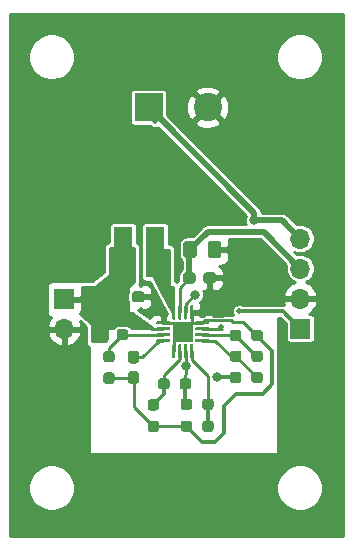
<source format=gbr>
%TF.GenerationSoftware,KiCad,Pcbnew,(5.1.10)-1*%
%TF.CreationDate,2021-09-07T14:02:49-05:00*%
%TF.ProjectId,bq25504_breakout_module,62713235-3530-4345-9f62-7265616b6f75,rev?*%
%TF.SameCoordinates,Original*%
%TF.FileFunction,Copper,L1,Top*%
%TF.FilePolarity,Positive*%
%FSLAX46Y46*%
G04 Gerber Fmt 4.6, Leading zero omitted, Abs format (unit mm)*
G04 Created by KiCad (PCBNEW (5.1.10)-1) date 2021-09-07 14:02:49*
%MOMM*%
%LPD*%
G01*
G04 APERTURE LIST*
%TA.AperFunction,SMDPad,CuDef*%
%ADD10R,1.700000X1.700000*%
%TD*%
%TA.AperFunction,SMDPad,CuDef*%
%ADD11R,1.600000X4.300000*%
%TD*%
%TA.AperFunction,ComponentPad*%
%ADD12O,1.700000X1.700000*%
%TD*%
%TA.AperFunction,ComponentPad*%
%ADD13R,1.700000X1.700000*%
%TD*%
%TA.AperFunction,ComponentPad*%
%ADD14C,2.400000*%
%TD*%
%TA.AperFunction,ComponentPad*%
%ADD15R,2.400000X2.400000*%
%TD*%
%TA.AperFunction,ViaPad*%
%ADD16C,0.500000*%
%TD*%
%TA.AperFunction,ViaPad*%
%ADD17C,0.600000*%
%TD*%
%TA.AperFunction,ViaPad*%
%ADD18C,0.800000*%
%TD*%
%TA.AperFunction,Conductor*%
%ADD19C,0.254000*%
%TD*%
%TA.AperFunction,Conductor*%
%ADD20C,0.304800*%
%TD*%
%TA.AperFunction,Conductor*%
%ADD21C,0.508000*%
%TD*%
%TA.AperFunction,Conductor*%
%ADD22C,0.100000*%
%TD*%
G04 APERTURE END LIST*
D10*
%TO.P,U1,17*%
%TO.N,GND*%
X158040225Y-99270000D03*
%TO.P,U1,16*%
%TO.N,Net-(L1-Pad2)*%
%TA.AperFunction,SMDPad,CuDef*%
G36*
G01*
X157165225Y-98170000D02*
X157165225Y-97095000D01*
G75*
G02*
X157227725Y-97032500I62500J0D01*
G01*
X157352725Y-97032500D01*
G75*
G02*
X157415225Y-97095000I0J-62500D01*
G01*
X157415225Y-98170000D01*
G75*
G02*
X157352725Y-98232500I-62500J0D01*
G01*
X157227725Y-98232500D01*
G75*
G02*
X157165225Y-98170000I0J62500D01*
G01*
G37*
%TD.AperFunction*%
%TO.P,U1,15*%
%TO.N,Net-(C5-Pad1)*%
%TA.AperFunction,SMDPad,CuDef*%
G36*
G01*
X157665225Y-98170000D02*
X157665225Y-97095000D01*
G75*
G02*
X157727725Y-97032500I62500J0D01*
G01*
X157852725Y-97032500D01*
G75*
G02*
X157915225Y-97095000I0J-62500D01*
G01*
X157915225Y-98170000D01*
G75*
G02*
X157852725Y-98232500I-62500J0D01*
G01*
X157727725Y-98232500D01*
G75*
G02*
X157665225Y-98170000I0J62500D01*
G01*
G37*
%TD.AperFunction*%
%TO.P,U1,14*%
%TO.N,VBAT*%
%TA.AperFunction,SMDPad,CuDef*%
G36*
G01*
X158165225Y-98170000D02*
X158165225Y-97095000D01*
G75*
G02*
X158227725Y-97032500I62500J0D01*
G01*
X158352725Y-97032500D01*
G75*
G02*
X158415225Y-97095000I0J-62500D01*
G01*
X158415225Y-98170000D01*
G75*
G02*
X158352725Y-98232500I-62500J0D01*
G01*
X158227725Y-98232500D01*
G75*
G02*
X158165225Y-98170000I0J62500D01*
G01*
G37*
%TD.AperFunction*%
%TO.P,U1,13*%
%TO.N,GND*%
%TA.AperFunction,SMDPad,CuDef*%
G36*
G01*
X158665225Y-98170000D02*
X158665225Y-97095000D01*
G75*
G02*
X158727725Y-97032500I62500J0D01*
G01*
X158852725Y-97032500D01*
G75*
G02*
X158915225Y-97095000I0J-62500D01*
G01*
X158915225Y-98170000D01*
G75*
G02*
X158852725Y-98232500I-62500J0D01*
G01*
X158727725Y-98232500D01*
G75*
G02*
X158665225Y-98170000I0J62500D01*
G01*
G37*
%TD.AperFunction*%
%TO.P,U1,12*%
%TA.AperFunction,SMDPad,CuDef*%
G36*
G01*
X159077725Y-98582500D02*
X159077725Y-98457500D01*
G75*
G02*
X159140225Y-98395000I62500J0D01*
G01*
X160215225Y-98395000D01*
G75*
G02*
X160277725Y-98457500I0J-62500D01*
G01*
X160277725Y-98582500D01*
G75*
G02*
X160215225Y-98645000I-62500J0D01*
G01*
X159140225Y-98645000D01*
G75*
G02*
X159077725Y-98582500I0J62500D01*
G01*
G37*
%TD.AperFunction*%
%TO.P,U1,11*%
%TO.N,Net-(J2-Pad1)*%
%TA.AperFunction,SMDPad,CuDef*%
G36*
G01*
X159077725Y-99082500D02*
X159077725Y-98957500D01*
G75*
G02*
X159140225Y-98895000I62500J0D01*
G01*
X160215225Y-98895000D01*
G75*
G02*
X160277725Y-98957500I0J-62500D01*
G01*
X160277725Y-99082500D01*
G75*
G02*
X160215225Y-99145000I-62500J0D01*
G01*
X159140225Y-99145000D01*
G75*
G02*
X159077725Y-99082500I0J62500D01*
G01*
G37*
%TD.AperFunction*%
%TO.P,U1,10*%
%TO.N,Net-(R6-Pad2)*%
%TA.AperFunction,SMDPad,CuDef*%
G36*
G01*
X159077725Y-99582500D02*
X159077725Y-99457500D01*
G75*
G02*
X159140225Y-99395000I62500J0D01*
G01*
X160215225Y-99395000D01*
G75*
G02*
X160277725Y-99457500I0J-62500D01*
G01*
X160277725Y-99582500D01*
G75*
G02*
X160215225Y-99645000I-62500J0D01*
G01*
X159140225Y-99645000D01*
G75*
G02*
X159077725Y-99582500I0J62500D01*
G01*
G37*
%TD.AperFunction*%
%TO.P,U1,9*%
%TO.N,Net-(R5-Pad2)*%
%TA.AperFunction,SMDPad,CuDef*%
G36*
G01*
X159077725Y-100082500D02*
X159077725Y-99957500D01*
G75*
G02*
X159140225Y-99895000I62500J0D01*
G01*
X160215225Y-99895000D01*
G75*
G02*
X160277725Y-99957500I0J-62500D01*
G01*
X160277725Y-100082500D01*
G75*
G02*
X160215225Y-100145000I-62500J0D01*
G01*
X159140225Y-100145000D01*
G75*
G02*
X159077725Y-100082500I0J62500D01*
G01*
G37*
%TD.AperFunction*%
%TO.P,U1,8*%
%TO.N,Net-(R3-Pad2)*%
%TA.AperFunction,SMDPad,CuDef*%
G36*
G01*
X158665225Y-101445000D02*
X158665225Y-100370000D01*
G75*
G02*
X158727725Y-100307500I62500J0D01*
G01*
X158852725Y-100307500D01*
G75*
G02*
X158915225Y-100370000I0J-62500D01*
G01*
X158915225Y-101445000D01*
G75*
G02*
X158852725Y-101507500I-62500J0D01*
G01*
X158727725Y-101507500D01*
G75*
G02*
X158665225Y-101445000I0J62500D01*
G01*
G37*
%TD.AperFunction*%
%TO.P,U1,7*%
%TO.N,Net-(R1-Pad1)*%
%TA.AperFunction,SMDPad,CuDef*%
G36*
G01*
X158165225Y-101445000D02*
X158165225Y-100370000D01*
G75*
G02*
X158227725Y-100307500I62500J0D01*
G01*
X158352725Y-100307500D01*
G75*
G02*
X158415225Y-100370000I0J-62500D01*
G01*
X158415225Y-101445000D01*
G75*
G02*
X158352725Y-101507500I-62500J0D01*
G01*
X158227725Y-101507500D01*
G75*
G02*
X158165225Y-101445000I0J62500D01*
G01*
G37*
%TD.AperFunction*%
%TO.P,U1,6*%
%TO.N,Net-(R1-Pad2)*%
%TA.AperFunction,SMDPad,CuDef*%
G36*
G01*
X157665225Y-101445000D02*
X157665225Y-100370000D01*
G75*
G02*
X157727725Y-100307500I62500J0D01*
G01*
X157852725Y-100307500D01*
G75*
G02*
X157915225Y-100370000I0J-62500D01*
G01*
X157915225Y-101445000D01*
G75*
G02*
X157852725Y-101507500I-62500J0D01*
G01*
X157727725Y-101507500D01*
G75*
G02*
X157665225Y-101445000I0J62500D01*
G01*
G37*
%TD.AperFunction*%
%TO.P,U1,5*%
%TO.N,GND*%
%TA.AperFunction,SMDPad,CuDef*%
G36*
G01*
X157165225Y-101445000D02*
X157165225Y-100370000D01*
G75*
G02*
X157227725Y-100307500I62500J0D01*
G01*
X157352725Y-100307500D01*
G75*
G02*
X157415225Y-100370000I0J-62500D01*
G01*
X157415225Y-101445000D01*
G75*
G02*
X157352725Y-101507500I-62500J0D01*
G01*
X157227725Y-101507500D01*
G75*
G02*
X157165225Y-101445000I0J62500D01*
G01*
G37*
%TD.AperFunction*%
%TO.P,U1,4*%
%TO.N,Net-(C3-Pad1)*%
%TA.AperFunction,SMDPad,CuDef*%
G36*
G01*
X155802725Y-100082500D02*
X155802725Y-99957500D01*
G75*
G02*
X155865225Y-99895000I62500J0D01*
G01*
X156940225Y-99895000D01*
G75*
G02*
X157002725Y-99957500I0J-62500D01*
G01*
X157002725Y-100082500D01*
G75*
G02*
X156940225Y-100145000I-62500J0D01*
G01*
X155865225Y-100145000D01*
G75*
G02*
X155802725Y-100082500I0J62500D01*
G01*
G37*
%TD.AperFunction*%
%TO.P,U1,3*%
%TO.N,Net-(R8-Pad2)*%
%TA.AperFunction,SMDPad,CuDef*%
G36*
G01*
X155802725Y-99582500D02*
X155802725Y-99457500D01*
G75*
G02*
X155865225Y-99395000I62500J0D01*
G01*
X156940225Y-99395000D01*
G75*
G02*
X157002725Y-99457500I0J-62500D01*
G01*
X157002725Y-99582500D01*
G75*
G02*
X156940225Y-99645000I-62500J0D01*
G01*
X155865225Y-99645000D01*
G75*
G02*
X155802725Y-99582500I0J62500D01*
G01*
G37*
%TD.AperFunction*%
%TO.P,U1,2*%
%TO.N,VDC*%
%TA.AperFunction,SMDPad,CuDef*%
G36*
G01*
X155802725Y-99082500D02*
X155802725Y-98957500D01*
G75*
G02*
X155865225Y-98895000I62500J0D01*
G01*
X156940225Y-98895000D01*
G75*
G02*
X157002725Y-98957500I0J-62500D01*
G01*
X157002725Y-99082500D01*
G75*
G02*
X156940225Y-99145000I-62500J0D01*
G01*
X155865225Y-99145000D01*
G75*
G02*
X155802725Y-99082500I0J62500D01*
G01*
G37*
%TD.AperFunction*%
%TO.P,U1,1*%
%TO.N,GND*%
%TA.AperFunction,SMDPad,CuDef*%
G36*
G01*
X155802725Y-98582500D02*
X155802725Y-98457500D01*
G75*
G02*
X155865225Y-98395000I62500J0D01*
G01*
X156940225Y-98395000D01*
G75*
G02*
X157002725Y-98457500I0J-62500D01*
G01*
X157002725Y-98582500D01*
G75*
G02*
X156940225Y-98645000I-62500J0D01*
G01*
X155865225Y-98645000D01*
G75*
G02*
X155802725Y-98582500I0J62500D01*
G01*
G37*
%TD.AperFunction*%
%TD*%
%TO.P,R9,1*%
%TO.N,VDC*%
%TA.AperFunction,SMDPad,CuDef*%
G36*
G01*
X150620900Y-99754700D02*
X150620900Y-99279700D01*
G75*
G02*
X150858400Y-99042200I237500J0D01*
G01*
X151358400Y-99042200D01*
G75*
G02*
X151595900Y-99279700I0J-237500D01*
G01*
X151595900Y-99754700D01*
G75*
G02*
X151358400Y-99992200I-237500J0D01*
G01*
X150858400Y-99992200D01*
G75*
G02*
X150620900Y-99754700I0J237500D01*
G01*
G37*
%TD.AperFunction*%
%TO.P,R9,2*%
%TO.N,Net-(R8-Pad2)*%
%TA.AperFunction,SMDPad,CuDef*%
G36*
G01*
X152445900Y-99754700D02*
X152445900Y-99279700D01*
G75*
G02*
X152683400Y-99042200I237500J0D01*
G01*
X153183400Y-99042200D01*
G75*
G02*
X153420900Y-99279700I0J-237500D01*
G01*
X153420900Y-99754700D01*
G75*
G02*
X153183400Y-99992200I-237500J0D01*
G01*
X152683400Y-99992200D01*
G75*
G02*
X152445900Y-99754700I0J237500D01*
G01*
G37*
%TD.AperFunction*%
%TD*%
%TO.P,R8,2*%
%TO.N,Net-(R8-Pad2)*%
%TA.AperFunction,SMDPad,CuDef*%
G36*
G01*
X152027900Y-101862700D02*
X151552900Y-101862700D01*
G75*
G02*
X151315400Y-101625200I0J237500D01*
G01*
X151315400Y-101125200D01*
G75*
G02*
X151552900Y-100887700I237500J0D01*
G01*
X152027900Y-100887700D01*
G75*
G02*
X152265400Y-101125200I0J-237500D01*
G01*
X152265400Y-101625200D01*
G75*
G02*
X152027900Y-101862700I-237500J0D01*
G01*
G37*
%TD.AperFunction*%
%TO.P,R8,1*%
%TO.N,GND*%
%TA.AperFunction,SMDPad,CuDef*%
G36*
G01*
X152027900Y-103687700D02*
X151552900Y-103687700D01*
G75*
G02*
X151315400Y-103450200I0J237500D01*
G01*
X151315400Y-102950200D01*
G75*
G02*
X151552900Y-102712700I237500J0D01*
G01*
X152027900Y-102712700D01*
G75*
G02*
X152265400Y-102950200I0J-237500D01*
G01*
X152265400Y-103450200D01*
G75*
G02*
X152027900Y-103687700I-237500J0D01*
G01*
G37*
%TD.AperFunction*%
%TD*%
%TO.P,R7,2*%
%TO.N,GND*%
%TA.AperFunction,SMDPad,CuDef*%
G36*
G01*
X163850500Y-99830900D02*
X163850500Y-99355900D01*
G75*
G02*
X164088000Y-99118400I237500J0D01*
G01*
X164588000Y-99118400D01*
G75*
G02*
X164825500Y-99355900I0J-237500D01*
G01*
X164825500Y-99830900D01*
G75*
G02*
X164588000Y-100068400I-237500J0D01*
G01*
X164088000Y-100068400D01*
G75*
G02*
X163850500Y-99830900I0J237500D01*
G01*
G37*
%TD.AperFunction*%
%TO.P,R7,1*%
%TO.N,Net-(R6-Pad2)*%
%TA.AperFunction,SMDPad,CuDef*%
G36*
G01*
X162025500Y-99830900D02*
X162025500Y-99355900D01*
G75*
G02*
X162263000Y-99118400I237500J0D01*
G01*
X162763000Y-99118400D01*
G75*
G02*
X163000500Y-99355900I0J-237500D01*
G01*
X163000500Y-99830900D01*
G75*
G02*
X162763000Y-100068400I-237500J0D01*
G01*
X162263000Y-100068400D01*
G75*
G02*
X162025500Y-99830900I0J237500D01*
G01*
G37*
%TD.AperFunction*%
%TD*%
%TO.P,R6,2*%
%TO.N,Net-(R6-Pad2)*%
%TA.AperFunction,SMDPad,CuDef*%
G36*
G01*
X163850500Y-101583500D02*
X163850500Y-101108500D01*
G75*
G02*
X164088000Y-100871000I237500J0D01*
G01*
X164588000Y-100871000D01*
G75*
G02*
X164825500Y-101108500I0J-237500D01*
G01*
X164825500Y-101583500D01*
G75*
G02*
X164588000Y-101821000I-237500J0D01*
G01*
X164088000Y-101821000D01*
G75*
G02*
X163850500Y-101583500I0J237500D01*
G01*
G37*
%TD.AperFunction*%
%TO.P,R6,1*%
%TO.N,Net-(R5-Pad2)*%
%TA.AperFunction,SMDPad,CuDef*%
G36*
G01*
X162025500Y-101583500D02*
X162025500Y-101108500D01*
G75*
G02*
X162263000Y-100871000I237500J0D01*
G01*
X162763000Y-100871000D01*
G75*
G02*
X163000500Y-101108500I0J-237500D01*
G01*
X163000500Y-101583500D01*
G75*
G02*
X162763000Y-101821000I-237500J0D01*
G01*
X162263000Y-101821000D01*
G75*
G02*
X162025500Y-101583500I0J237500D01*
G01*
G37*
%TD.AperFunction*%
%TD*%
%TO.P,R5,2*%
%TO.N,Net-(R5-Pad2)*%
%TA.AperFunction,SMDPad,CuDef*%
G36*
G01*
X163850500Y-103386900D02*
X163850500Y-102911900D01*
G75*
G02*
X164088000Y-102674400I237500J0D01*
G01*
X164588000Y-102674400D01*
G75*
G02*
X164825500Y-102911900I0J-237500D01*
G01*
X164825500Y-103386900D01*
G75*
G02*
X164588000Y-103624400I-237500J0D01*
G01*
X164088000Y-103624400D01*
G75*
G02*
X163850500Y-103386900I0J237500D01*
G01*
G37*
%TD.AperFunction*%
%TO.P,R5,1*%
%TO.N,Net-(R1-Pad1)*%
%TA.AperFunction,SMDPad,CuDef*%
G36*
G01*
X162025500Y-103386900D02*
X162025500Y-102911900D01*
G75*
G02*
X162263000Y-102674400I237500J0D01*
G01*
X162763000Y-102674400D01*
G75*
G02*
X163000500Y-102911900I0J-237500D01*
G01*
X163000500Y-103386900D01*
G75*
G02*
X162763000Y-103624400I-237500J0D01*
G01*
X162263000Y-103624400D01*
G75*
G02*
X162025500Y-103386900I0J237500D01*
G01*
G37*
%TD.AperFunction*%
%TD*%
%TO.P,R4,2*%
%TO.N,GND*%
%TA.AperFunction,SMDPad,CuDef*%
G36*
G01*
X158833000Y-107026700D02*
X158833000Y-107501700D01*
G75*
G02*
X158595500Y-107739200I-237500J0D01*
G01*
X158095500Y-107739200D01*
G75*
G02*
X157858000Y-107501700I0J237500D01*
G01*
X157858000Y-107026700D01*
G75*
G02*
X158095500Y-106789200I237500J0D01*
G01*
X158595500Y-106789200D01*
G75*
G02*
X158833000Y-107026700I0J-237500D01*
G01*
G37*
%TD.AperFunction*%
%TO.P,R4,1*%
%TO.N,Net-(R3-Pad2)*%
%TA.AperFunction,SMDPad,CuDef*%
G36*
G01*
X160658000Y-107026700D02*
X160658000Y-107501700D01*
G75*
G02*
X160420500Y-107739200I-237500J0D01*
G01*
X159920500Y-107739200D01*
G75*
G02*
X159683000Y-107501700I0J237500D01*
G01*
X159683000Y-107026700D01*
G75*
G02*
X159920500Y-106789200I237500J0D01*
G01*
X160420500Y-106789200D01*
G75*
G02*
X160658000Y-107026700I0J-237500D01*
G01*
G37*
%TD.AperFunction*%
%TD*%
%TO.P,R3,2*%
%TO.N,Net-(R3-Pad2)*%
%TA.AperFunction,SMDPad,CuDef*%
G36*
G01*
X159683000Y-105647500D02*
X159683000Y-105172500D01*
G75*
G02*
X159920500Y-104935000I237500J0D01*
G01*
X160420500Y-104935000D01*
G75*
G02*
X160658000Y-105172500I0J-237500D01*
G01*
X160658000Y-105647500D01*
G75*
G02*
X160420500Y-105885000I-237500J0D01*
G01*
X159920500Y-105885000D01*
G75*
G02*
X159683000Y-105647500I0J237500D01*
G01*
G37*
%TD.AperFunction*%
%TO.P,R3,1*%
%TO.N,Net-(R1-Pad1)*%
%TA.AperFunction,SMDPad,CuDef*%
G36*
G01*
X157858000Y-105647500D02*
X157858000Y-105172500D01*
G75*
G02*
X158095500Y-104935000I237500J0D01*
G01*
X158595500Y-104935000D01*
G75*
G02*
X158833000Y-105172500I0J-237500D01*
G01*
X158833000Y-105647500D01*
G75*
G02*
X158595500Y-105885000I-237500J0D01*
G01*
X158095500Y-105885000D01*
G75*
G02*
X157858000Y-105647500I0J237500D01*
G01*
G37*
%TD.AperFunction*%
%TD*%
%TO.P,R2,2*%
%TO.N,GND*%
%TA.AperFunction,SMDPad,CuDef*%
G36*
G01*
X155312100Y-106798300D02*
X155787100Y-106798300D01*
G75*
G02*
X156024600Y-107035800I0J-237500D01*
G01*
X156024600Y-107535800D01*
G75*
G02*
X155787100Y-107773300I-237500J0D01*
G01*
X155312100Y-107773300D01*
G75*
G02*
X155074600Y-107535800I0J237500D01*
G01*
X155074600Y-107035800D01*
G75*
G02*
X155312100Y-106798300I237500J0D01*
G01*
G37*
%TD.AperFunction*%
%TO.P,R2,1*%
%TO.N,Net-(R1-Pad2)*%
%TA.AperFunction,SMDPad,CuDef*%
G36*
G01*
X155312100Y-104973300D02*
X155787100Y-104973300D01*
G75*
G02*
X156024600Y-105210800I0J-237500D01*
G01*
X156024600Y-105710800D01*
G75*
G02*
X155787100Y-105948300I-237500J0D01*
G01*
X155312100Y-105948300D01*
G75*
G02*
X155074600Y-105710800I0J237500D01*
G01*
X155074600Y-105210800D01*
G75*
G02*
X155312100Y-104973300I237500J0D01*
G01*
G37*
%TD.AperFunction*%
%TD*%
%TO.P,R1,2*%
%TO.N,Net-(R1-Pad2)*%
%TA.AperFunction,SMDPad,CuDef*%
G36*
G01*
X156929900Y-103445300D02*
X156929900Y-103920300D01*
G75*
G02*
X156692400Y-104157800I-237500J0D01*
G01*
X156192400Y-104157800D01*
G75*
G02*
X155954900Y-103920300I0J237500D01*
G01*
X155954900Y-103445300D01*
G75*
G02*
X156192400Y-103207800I237500J0D01*
G01*
X156692400Y-103207800D01*
G75*
G02*
X156929900Y-103445300I0J-237500D01*
G01*
G37*
%TD.AperFunction*%
%TO.P,R1,1*%
%TO.N,Net-(R1-Pad1)*%
%TA.AperFunction,SMDPad,CuDef*%
G36*
G01*
X158754900Y-103445300D02*
X158754900Y-103920300D01*
G75*
G02*
X158517400Y-104157800I-237500J0D01*
G01*
X158017400Y-104157800D01*
G75*
G02*
X157779900Y-103920300I0J237500D01*
G01*
X157779900Y-103445300D01*
G75*
G02*
X158017400Y-103207800I237500J0D01*
G01*
X158517400Y-103207800D01*
G75*
G02*
X158754900Y-103445300I0J-237500D01*
G01*
G37*
%TD.AperFunction*%
%TD*%
D11*
%TO.P,L1,2*%
%TO.N,Net-(L1-Pad2)*%
X155702000Y-92506800D03*
%TO.P,L1,1*%
%TO.N,VDC*%
X153002000Y-92506800D03*
%TD*%
D12*
%TO.P,J2,4*%
%TO.N,VBAT*%
X168000000Y-91380000D03*
%TO.P,J2,3*%
%TO.N,Net-(C5-Pad1)*%
X168000000Y-93920000D03*
%TO.P,J2,2*%
%TO.N,GND*%
X168000000Y-96460000D03*
D13*
%TO.P,J2,1*%
%TO.N,Net-(J2-Pad1)*%
X168000000Y-99000000D03*
%TD*%
D12*
%TO.P,J1,2*%
%TO.N,GND*%
X148000000Y-99040000D03*
D13*
%TO.P,J1,1*%
%TO.N,VDC*%
X148000000Y-96500000D03*
%TD*%
%TO.P,C6,2*%
%TO.N,GND*%
%TA.AperFunction,SMDPad,CuDef*%
G36*
G01*
X159787300Y-94954100D02*
X159787300Y-94479100D01*
G75*
G02*
X160024800Y-94241600I237500J0D01*
G01*
X160624800Y-94241600D01*
G75*
G02*
X160862300Y-94479100I0J-237500D01*
G01*
X160862300Y-94954100D01*
G75*
G02*
X160624800Y-95191600I-237500J0D01*
G01*
X160024800Y-95191600D01*
G75*
G02*
X159787300Y-94954100I0J237500D01*
G01*
G37*
%TD.AperFunction*%
%TO.P,C6,1*%
%TO.N,Net-(C5-Pad1)*%
%TA.AperFunction,SMDPad,CuDef*%
G36*
G01*
X158062300Y-94954100D02*
X158062300Y-94479100D01*
G75*
G02*
X158299800Y-94241600I237500J0D01*
G01*
X158899800Y-94241600D01*
G75*
G02*
X159137300Y-94479100I0J-237500D01*
G01*
X159137300Y-94954100D01*
G75*
G02*
X158899800Y-95191600I-237500J0D01*
G01*
X158299800Y-95191600D01*
G75*
G02*
X158062300Y-94954100I0J237500D01*
G01*
G37*
%TD.AperFunction*%
%TD*%
%TO.P,C5,2*%
%TO.N,GND*%
%TA.AperFunction,SMDPad,CuDef*%
G36*
G01*
X160143700Y-92778600D02*
X160143700Y-91828600D01*
G75*
G02*
X160393700Y-91578600I250000J0D01*
G01*
X161068700Y-91578600D01*
G75*
G02*
X161318700Y-91828600I0J-250000D01*
G01*
X161318700Y-92778600D01*
G75*
G02*
X161068700Y-93028600I-250000J0D01*
G01*
X160393700Y-93028600D01*
G75*
G02*
X160143700Y-92778600I0J250000D01*
G01*
G37*
%TD.AperFunction*%
%TO.P,C5,1*%
%TO.N,Net-(C5-Pad1)*%
%TA.AperFunction,SMDPad,CuDef*%
G36*
G01*
X158068700Y-92778600D02*
X158068700Y-91828600D01*
G75*
G02*
X158318700Y-91578600I250000J0D01*
G01*
X158993700Y-91578600D01*
G75*
G02*
X159243700Y-91828600I0J-250000D01*
G01*
X159243700Y-92778600D01*
G75*
G02*
X158993700Y-93028600I-250000J0D01*
G01*
X158318700Y-93028600D01*
G75*
G02*
X158068700Y-92778600I0J250000D01*
G01*
G37*
%TD.AperFunction*%
%TD*%
D14*
%TO.P,C4,2*%
%TO.N,GND*%
X160147000Y-80264000D03*
D15*
%TO.P,C4,1*%
%TO.N,VBAT*%
X155147000Y-80264000D03*
%TD*%
%TO.P,C3,2*%
%TO.N,GND*%
%TA.AperFunction,SMDPad,CuDef*%
G36*
G01*
X153635700Y-102612700D02*
X154110700Y-102612700D01*
G75*
G02*
X154348200Y-102850200I0J-237500D01*
G01*
X154348200Y-103450200D01*
G75*
G02*
X154110700Y-103687700I-237500J0D01*
G01*
X153635700Y-103687700D01*
G75*
G02*
X153398200Y-103450200I0J237500D01*
G01*
X153398200Y-102850200D01*
G75*
G02*
X153635700Y-102612700I237500J0D01*
G01*
G37*
%TD.AperFunction*%
%TO.P,C3,1*%
%TO.N,Net-(C3-Pad1)*%
%TA.AperFunction,SMDPad,CuDef*%
G36*
G01*
X153635700Y-100887700D02*
X154110700Y-100887700D01*
G75*
G02*
X154348200Y-101125200I0J-237500D01*
G01*
X154348200Y-101725200D01*
G75*
G02*
X154110700Y-101962700I-237500J0D01*
G01*
X153635700Y-101962700D01*
G75*
G02*
X153398200Y-101725200I0J237500D01*
G01*
X153398200Y-101125200D01*
G75*
G02*
X153635700Y-100887700I237500J0D01*
G01*
G37*
%TD.AperFunction*%
%TD*%
%TO.P,C2,2*%
%TO.N,GND*%
%TA.AperFunction,SMDPad,CuDef*%
G36*
G01*
X153742100Y-96554300D02*
X153742100Y-96079300D01*
G75*
G02*
X153979600Y-95841800I237500J0D01*
G01*
X154579600Y-95841800D01*
G75*
G02*
X154817100Y-96079300I0J-237500D01*
G01*
X154817100Y-96554300D01*
G75*
G02*
X154579600Y-96791800I-237500J0D01*
G01*
X153979600Y-96791800D01*
G75*
G02*
X153742100Y-96554300I0J237500D01*
G01*
G37*
%TD.AperFunction*%
%TO.P,C2,1*%
%TO.N,VDC*%
%TA.AperFunction,SMDPad,CuDef*%
G36*
G01*
X152017100Y-96554300D02*
X152017100Y-96079300D01*
G75*
G02*
X152254600Y-95841800I237500J0D01*
G01*
X152854600Y-95841800D01*
G75*
G02*
X153092100Y-96079300I0J-237500D01*
G01*
X153092100Y-96554300D01*
G75*
G02*
X152854600Y-96791800I-237500J0D01*
G01*
X152254600Y-96791800D01*
G75*
G02*
X152017100Y-96554300I0J237500D01*
G01*
G37*
%TD.AperFunction*%
%TD*%
D16*
%TO.N,Net-(J2-Pad1)*%
X161315400Y-98907600D03*
D17*
%TO.N,GND*%
X157589220Y-99720400D03*
X158483300Y-98823780D03*
X157604460Y-98808540D03*
X158478220Y-99712780D03*
D18*
X168351200Y-85267800D03*
X169164000Y-80137000D03*
X163576000Y-73406000D03*
X154432000Y-72898000D03*
X150850600Y-73406000D03*
X144678400Y-73406000D03*
X144373600Y-80187800D03*
X144399000Y-87122000D03*
X144475200Y-90474800D03*
X144475200Y-95224600D03*
X144272000Y-102006400D03*
X144246600Y-105333800D03*
X144018000Y-109905800D03*
X144322800Y-115493800D03*
X147599400Y-115824000D03*
X152095200Y-115773200D03*
X158343600Y-115671600D03*
X164566600Y-115646200D03*
X169824400Y-115722400D03*
X170815000Y-111099600D03*
X171018200Y-105333800D03*
X170942000Y-101600000D03*
X170662600Y-95910400D03*
X170713400Y-91541600D03*
X171043600Y-87426800D03*
X166268400Y-82321400D03*
X149555200Y-83693000D03*
X148869400Y-89027000D03*
X158394400Y-89535000D03*
X154508200Y-88493600D03*
X149479000Y-92100400D03*
X165023800Y-95631000D03*
X162280600Y-93624400D03*
X147955000Y-102616000D03*
X148031200Y-107188000D03*
X151282400Y-111912400D03*
X155422600Y-111658400D03*
X160451800Y-111582200D03*
X164642800Y-111277400D03*
X168046400Y-108204000D03*
X168071800Y-103835200D03*
X166852600Y-101041200D03*
%TO.N,VBAT*%
X159054800Y-96139000D03*
X164096700Y-89827100D03*
D16*
%TO.N,Net-(J2-Pad1)*%
X162814000Y-97536000D03*
D18*
%TO.N,Net-(R1-Pad1)*%
X158292800Y-102209600D03*
X160934400Y-103073200D03*
%TD*%
D19*
%TO.N,GND*%
X153823200Y-103200200D02*
X153873200Y-103150200D01*
X151790400Y-103200200D02*
X153823200Y-103200200D01*
X153873200Y-105609400D02*
X155549600Y-107285800D01*
X153873200Y-103150200D02*
X153873200Y-105609400D01*
X158323900Y-107285800D02*
X158345500Y-107264200D01*
X155549600Y-107285800D02*
X158323900Y-107285800D01*
X158345500Y-107264200D02*
X158345500Y-107395640D01*
X158345500Y-107264200D02*
X158345500Y-107296580D01*
D20*
X158345500Y-107264200D02*
X158345500Y-107266100D01*
X158345500Y-107266100D02*
X159689800Y-108610400D01*
X159689800Y-108610400D02*
X160782000Y-108610400D01*
X160782000Y-108610400D02*
X161518600Y-107873800D01*
X161518600Y-107873800D02*
X161518600Y-105537000D01*
X161518600Y-105537000D02*
X162509200Y-104546400D01*
X162509200Y-104546400D02*
X164795200Y-104546400D01*
X164795200Y-104546400D02*
X165633400Y-103708200D01*
X165633400Y-100888800D02*
X164338000Y-99593400D01*
X165633400Y-103708200D02*
X165633400Y-100888800D01*
D19*
X157338215Y-98567990D02*
X158040225Y-99270000D01*
X157050715Y-98567990D02*
X157338215Y-98567990D01*
X157002725Y-98520000D02*
X157050715Y-98567990D01*
X156402725Y-98520000D02*
X157002725Y-98520000D01*
X158790225Y-97632500D02*
X158790225Y-98520000D01*
X157338215Y-99972010D02*
X158040225Y-99270000D01*
X157338215Y-100235362D02*
X157338215Y-99972010D01*
X157290225Y-100283352D02*
X157338215Y-100235362D01*
X157290225Y-100907500D02*
X157290225Y-100283352D01*
X159899725Y-98298000D02*
X159677725Y-98520000D01*
X162153600Y-98298000D02*
X159899725Y-98298000D01*
X162287799Y-98432199D02*
X162153600Y-98298000D01*
X163176799Y-98432199D02*
X162287799Y-98432199D01*
X164338000Y-99593400D02*
X163176799Y-98432199D01*
X158790225Y-98520000D02*
X158040225Y-99270000D01*
X159677725Y-98520000D02*
X158790225Y-98520000D01*
%TO.N,VDC*%
X156402725Y-99020000D02*
X155408000Y-99020000D01*
X155408000Y-99020000D02*
X155194000Y-98806000D01*
%TO.N,Net-(C3-Pad1)*%
X153873200Y-101425200D02*
X154606800Y-101425200D01*
X156012000Y-100020000D02*
X156402725Y-100020000D01*
X154606800Y-101425200D02*
X156012000Y-100020000D01*
%TO.N,VBAT*%
X158290225Y-96878175D02*
X159029400Y-96139000D01*
X158290225Y-97632500D02*
X158290225Y-96878175D01*
D21*
X155702000Y-81432400D02*
X155702000Y-81407000D01*
X164109400Y-89839800D02*
X164096700Y-89827100D01*
X166447100Y-89827100D02*
X164096700Y-89827100D01*
X168000000Y-91380000D02*
X166447100Y-89827100D01*
X164096700Y-89213700D02*
X155147000Y-80264000D01*
X164096700Y-89827100D02*
X164096700Y-89213700D01*
D19*
%TO.N,Net-(C5-Pad1)*%
X157790225Y-95526175D02*
X158599800Y-94716600D01*
X157790225Y-97632500D02*
X157790225Y-95526175D01*
D21*
X158599800Y-92360000D02*
X158656200Y-92303600D01*
X158599800Y-94716600D02*
X158599800Y-92360000D01*
X158656200Y-92303600D02*
X160154800Y-90805000D01*
X160154800Y-90805000D02*
X164885000Y-90805000D01*
X164885000Y-90805000D02*
X168000000Y-93920000D01*
D19*
%TO.N,Net-(J2-Pad1)*%
X161330000Y-99020000D02*
X161340800Y-99009200D01*
X159677725Y-99020000D02*
X161330000Y-99020000D01*
D20*
%TO.N,Net-(R1-Pad2)*%
X156442400Y-104568000D02*
X155549600Y-105460800D01*
X156442400Y-103682800D02*
X156442400Y-104568000D01*
D19*
X157790225Y-101558352D02*
X157790225Y-100907500D01*
X156442400Y-102906177D02*
X157790225Y-101558352D01*
X156442400Y-103682800D02*
X156442400Y-102906177D01*
%TO.N,Net-(R1-Pad1)*%
X158267400Y-103682800D02*
X158267400Y-102895400D01*
X158267400Y-102895400D02*
X158290225Y-102872575D01*
X158290225Y-102212175D02*
X158292800Y-102209600D01*
X158290225Y-102872575D02*
X158290225Y-102212175D01*
X158290225Y-102212175D02*
X158290225Y-100907500D01*
D20*
X162436800Y-103073200D02*
X162513000Y-103149400D01*
X160934400Y-103073200D02*
X162436800Y-103073200D01*
X158267400Y-105331900D02*
X158345500Y-105410000D01*
X158267400Y-103682800D02*
X158267400Y-105331900D01*
D19*
%TO.N,Net-(R3-Pad2)*%
X158790225Y-100907500D02*
X158790225Y-101631063D01*
X160170500Y-103011338D02*
X160170500Y-105410000D01*
X158790225Y-101631063D02*
X160170500Y-103011338D01*
D20*
X160170500Y-105410000D02*
X160170500Y-107264200D01*
D19*
%TO.N,Net-(R5-Pad2)*%
X162513000Y-101346000D02*
X162102800Y-101346000D01*
X160776800Y-100020000D02*
X159677725Y-100020000D01*
X162102800Y-101346000D02*
X160776800Y-100020000D01*
X164316400Y-103149400D02*
X162513000Y-101346000D01*
X164338000Y-103149400D02*
X164316400Y-103149400D01*
D20*
%TO.N,Net-(R6-Pad2)*%
X164265600Y-101346000D02*
X162513000Y-99593400D01*
X164338000Y-101346000D02*
X164265600Y-101346000D01*
D19*
X162513000Y-99593400D02*
X162439600Y-99520000D01*
X162439600Y-99520000D02*
X159677725Y-99520000D01*
%TO.N,Net-(R8-Pad2)*%
X151790400Y-100660200D02*
X152933400Y-99517200D01*
X151790400Y-101375200D02*
X151790400Y-100660200D01*
X156399925Y-99517200D02*
X156402725Y-99520000D01*
X152933400Y-99517200D02*
X156399925Y-99517200D01*
D20*
%TO.N,Net-(J2-Pad1)*%
X166536000Y-97536000D02*
X168000000Y-99000000D01*
X162814000Y-97536000D02*
X166536000Y-97536000D01*
%TD*%
D19*
%TO.N,VDC*%
X153924000Y-94951452D02*
X153443830Y-95551664D01*
X153430257Y-95572535D01*
X153421018Y-95595654D01*
X153416000Y-95631000D01*
X153416000Y-95824091D01*
X153406478Y-95841905D01*
X153371177Y-95958277D01*
X153359257Y-96079300D01*
X153359257Y-96554300D01*
X153371177Y-96675323D01*
X153406478Y-96791695D01*
X153416000Y-96809509D01*
X153416000Y-97536000D01*
X153418440Y-97560776D01*
X153425667Y-97584601D01*
X153437403Y-97606557D01*
X153453197Y-97625803D01*
X153472443Y-97641597D01*
X153494399Y-97653333D01*
X153518224Y-97660560D01*
X153543000Y-97663000D01*
X153755425Y-97663000D01*
X155487243Y-98933000D01*
X153697509Y-98933000D01*
X153622049Y-98841051D01*
X153528044Y-98763904D01*
X153420795Y-98706578D01*
X153304423Y-98671277D01*
X153183400Y-98659357D01*
X152683400Y-98659357D01*
X152562377Y-98671277D01*
X152446005Y-98706578D01*
X152338756Y-98763904D01*
X152244751Y-98841051D01*
X152169291Y-98933000D01*
X151765000Y-98933000D01*
X151740224Y-98935440D01*
X151716399Y-98942667D01*
X151694443Y-98954403D01*
X151675197Y-98970197D01*
X151659403Y-98989443D01*
X151647667Y-99011399D01*
X151640440Y-99035224D01*
X151638000Y-99060000D01*
X151638000Y-99896394D01*
X151458394Y-100076000D01*
X150368000Y-100076000D01*
X150368000Y-98679000D01*
X150365560Y-98654224D01*
X150358333Y-98630399D01*
X150346597Y-98608443D01*
X150325374Y-98584079D01*
X149361684Y-97727466D01*
X149380537Y-97704494D01*
X149439502Y-97594180D01*
X149475812Y-97474482D01*
X149488072Y-97350000D01*
X149485000Y-96785750D01*
X149326250Y-96627000D01*
X148127000Y-96627000D01*
X148127000Y-96647000D01*
X147873000Y-96647000D01*
X147873000Y-96627000D01*
X147853000Y-96627000D01*
X147853000Y-96373000D01*
X147873000Y-96373000D01*
X147873000Y-96353000D01*
X148127000Y-96353000D01*
X148127000Y-96373000D01*
X149326250Y-96373000D01*
X149485000Y-96214250D01*
X149488072Y-95650000D01*
X149475812Y-95525518D01*
X149469285Y-95504000D01*
X150495000Y-95504000D01*
X150519776Y-95501560D01*
X150543601Y-95494333D01*
X150574336Y-95476170D01*
X151844336Y-94460170D01*
X151862159Y-94442787D01*
X151876248Y-94422261D01*
X151886062Y-94399380D01*
X151891223Y-94375025D01*
X151892000Y-94361000D01*
X151892000Y-92202000D01*
X153924000Y-92202000D01*
X153924000Y-94951452D01*
%TA.AperFunction,Conductor*%
D22*
G36*
X153924000Y-94951452D02*
G01*
X153443830Y-95551664D01*
X153430257Y-95572535D01*
X153421018Y-95595654D01*
X153416000Y-95631000D01*
X153416000Y-95824091D01*
X153406478Y-95841905D01*
X153371177Y-95958277D01*
X153359257Y-96079300D01*
X153359257Y-96554300D01*
X153371177Y-96675323D01*
X153406478Y-96791695D01*
X153416000Y-96809509D01*
X153416000Y-97536000D01*
X153418440Y-97560776D01*
X153425667Y-97584601D01*
X153437403Y-97606557D01*
X153453197Y-97625803D01*
X153472443Y-97641597D01*
X153494399Y-97653333D01*
X153518224Y-97660560D01*
X153543000Y-97663000D01*
X153755425Y-97663000D01*
X155487243Y-98933000D01*
X153697509Y-98933000D01*
X153622049Y-98841051D01*
X153528044Y-98763904D01*
X153420795Y-98706578D01*
X153304423Y-98671277D01*
X153183400Y-98659357D01*
X152683400Y-98659357D01*
X152562377Y-98671277D01*
X152446005Y-98706578D01*
X152338756Y-98763904D01*
X152244751Y-98841051D01*
X152169291Y-98933000D01*
X151765000Y-98933000D01*
X151740224Y-98935440D01*
X151716399Y-98942667D01*
X151694443Y-98954403D01*
X151675197Y-98970197D01*
X151659403Y-98989443D01*
X151647667Y-99011399D01*
X151640440Y-99035224D01*
X151638000Y-99060000D01*
X151638000Y-99896394D01*
X151458394Y-100076000D01*
X150368000Y-100076000D01*
X150368000Y-98679000D01*
X150365560Y-98654224D01*
X150358333Y-98630399D01*
X150346597Y-98608443D01*
X150325374Y-98584079D01*
X149361684Y-97727466D01*
X149380537Y-97704494D01*
X149439502Y-97594180D01*
X149475812Y-97474482D01*
X149488072Y-97350000D01*
X149485000Y-96785750D01*
X149326250Y-96627000D01*
X148127000Y-96627000D01*
X148127000Y-96647000D01*
X147873000Y-96647000D01*
X147873000Y-96627000D01*
X147853000Y-96627000D01*
X147853000Y-96373000D01*
X147873000Y-96373000D01*
X147873000Y-96353000D01*
X148127000Y-96353000D01*
X148127000Y-96373000D01*
X149326250Y-96373000D01*
X149485000Y-96214250D01*
X149488072Y-95650000D01*
X149475812Y-95525518D01*
X149469285Y-95504000D01*
X150495000Y-95504000D01*
X150519776Y-95501560D01*
X150543601Y-95494333D01*
X150574336Y-95476170D01*
X151844336Y-94460170D01*
X151862159Y-94442787D01*
X151876248Y-94422261D01*
X151886062Y-94399380D01*
X151891223Y-94375025D01*
X151892000Y-94361000D01*
X151892000Y-92202000D01*
X153924000Y-92202000D01*
X153924000Y-94951452D01*
G37*
%TD.AperFunction*%
%TD*%
D19*
%TO.N,Net-(L1-Pad2)*%
X156845000Y-95377000D02*
X156847440Y-95401776D01*
X156854667Y-95425601D01*
X156866403Y-95447557D01*
X156882197Y-95466803D01*
X156901443Y-95482597D01*
X156923399Y-95494333D01*
X156947224Y-95501560D01*
X156972000Y-95504000D01*
X157226000Y-95504000D01*
X157226000Y-97647124D01*
X156322059Y-95952235D01*
X156321820Y-95951789D01*
X155448000Y-94328980D01*
X155448000Y-92329000D01*
X156845000Y-92329000D01*
X156845000Y-95377000D01*
%TA.AperFunction,Conductor*%
D22*
G36*
X156845000Y-95377000D02*
G01*
X156847440Y-95401776D01*
X156854667Y-95425601D01*
X156866403Y-95447557D01*
X156882197Y-95466803D01*
X156901443Y-95482597D01*
X156923399Y-95494333D01*
X156947224Y-95501560D01*
X156972000Y-95504000D01*
X157226000Y-95504000D01*
X157226000Y-97647124D01*
X156322059Y-95952235D01*
X156321820Y-95951789D01*
X155448000Y-94328980D01*
X155448000Y-92329000D01*
X156845000Y-92329000D01*
X156845000Y-95377000D01*
G37*
%TD.AperFunction*%
%TD*%
D19*
%TO.N,GND*%
X171594001Y-116594000D02*
X143406000Y-116594000D01*
X143406000Y-112276089D01*
X144958000Y-112276089D01*
X144958000Y-112666311D01*
X145034129Y-113049036D01*
X145183461Y-113409555D01*
X145400257Y-113734014D01*
X145676186Y-114009943D01*
X146000645Y-114226739D01*
X146361164Y-114376071D01*
X146743889Y-114452200D01*
X147134111Y-114452200D01*
X147516836Y-114376071D01*
X147877355Y-114226739D01*
X148201814Y-114009943D01*
X148477743Y-113734014D01*
X148694539Y-113409555D01*
X148843871Y-113049036D01*
X148920000Y-112666311D01*
X148920000Y-112276089D01*
X165963800Y-112276089D01*
X165963800Y-112666311D01*
X166039929Y-113049036D01*
X166189261Y-113409555D01*
X166406057Y-113734014D01*
X166681986Y-114009943D01*
X167006445Y-114226739D01*
X167366964Y-114376071D01*
X167749689Y-114452200D01*
X168139911Y-114452200D01*
X168522636Y-114376071D01*
X168883155Y-114226739D01*
X169207614Y-114009943D01*
X169483543Y-113734014D01*
X169700339Y-113409555D01*
X169849671Y-113049036D01*
X169925800Y-112666311D01*
X169925800Y-112276089D01*
X169849671Y-111893364D01*
X169700339Y-111532845D01*
X169483543Y-111208386D01*
X169207614Y-110932457D01*
X168883155Y-110715661D01*
X168522636Y-110566329D01*
X168139911Y-110490200D01*
X167749689Y-110490200D01*
X167366964Y-110566329D01*
X167006445Y-110715661D01*
X166681986Y-110932457D01*
X166406057Y-111208386D01*
X166189261Y-111532845D01*
X166039929Y-111893364D01*
X165963800Y-112276089D01*
X148920000Y-112276089D01*
X148843871Y-111893364D01*
X148694539Y-111532845D01*
X148477743Y-111208386D01*
X148201814Y-110932457D01*
X147877355Y-110715661D01*
X147516836Y-110566329D01*
X147134111Y-110490200D01*
X146743889Y-110490200D01*
X146361164Y-110566329D01*
X146000645Y-110715661D01*
X145676186Y-110932457D01*
X145400257Y-111208386D01*
X145183461Y-111532845D01*
X145034129Y-111893364D01*
X144958000Y-112276089D01*
X143406000Y-112276089D01*
X143406000Y-99396890D01*
X146558524Y-99396890D01*
X146603175Y-99544099D01*
X146728359Y-99806920D01*
X146902412Y-100040269D01*
X147118645Y-100235178D01*
X147368748Y-100384157D01*
X147643109Y-100481481D01*
X147873000Y-100360814D01*
X147873000Y-99167000D01*
X148127000Y-99167000D01*
X148127000Y-100360814D01*
X148356891Y-100481481D01*
X148631252Y-100384157D01*
X148881355Y-100235178D01*
X149097588Y-100040269D01*
X149271641Y-99806920D01*
X149396825Y-99544099D01*
X149441476Y-99396890D01*
X149320155Y-99167000D01*
X148127000Y-99167000D01*
X147873000Y-99167000D01*
X146679845Y-99167000D01*
X146558524Y-99396890D01*
X143406000Y-99396890D01*
X143406000Y-95377000D01*
X146558000Y-95377000D01*
X146558000Y-97663000D01*
X146565321Y-97737329D01*
X146587002Y-97808802D01*
X146622210Y-97874672D01*
X146669592Y-97932408D01*
X146727328Y-97979790D01*
X146793198Y-98014998D01*
X146864671Y-98036679D01*
X146901950Y-98040351D01*
X146728359Y-98273080D01*
X146603175Y-98535901D01*
X146558524Y-98683110D01*
X146679845Y-98913000D01*
X147873000Y-98913000D01*
X147873000Y-98893000D01*
X148127000Y-98893000D01*
X148127000Y-98913000D01*
X149320155Y-98913000D01*
X149441476Y-98683110D01*
X149396825Y-98535901D01*
X149316271Y-98366780D01*
X149860000Y-98850095D01*
X149860000Y-100203000D01*
X149867321Y-100277329D01*
X149889002Y-100348802D01*
X149924210Y-100414672D01*
X149971592Y-100472408D01*
X150029328Y-100519790D01*
X150095198Y-100554998D01*
X150123000Y-100563432D01*
X150123000Y-109500000D01*
X150125440Y-109524776D01*
X150132667Y-109548601D01*
X150144403Y-109570557D01*
X150160197Y-109589803D01*
X150179443Y-109605597D01*
X150201399Y-109617333D01*
X150225224Y-109624560D01*
X150250000Y-109627000D01*
X166000000Y-109627000D01*
X166024776Y-109624560D01*
X166048601Y-109617333D01*
X166070557Y-109605597D01*
X166089803Y-109589803D01*
X166105597Y-109570557D01*
X166117333Y-109548601D01*
X166124560Y-109524776D01*
X166127000Y-109500000D01*
X166127000Y-99492442D01*
X166140226Y-98069400D01*
X166315059Y-98069400D01*
X166767157Y-98521498D01*
X166767157Y-99850000D01*
X166774513Y-99924689D01*
X166796299Y-99996508D01*
X166831678Y-100062696D01*
X166879289Y-100120711D01*
X166937304Y-100168322D01*
X167003492Y-100203701D01*
X167075311Y-100225487D01*
X167150000Y-100232843D01*
X168850000Y-100232843D01*
X168924689Y-100225487D01*
X168996508Y-100203701D01*
X169062696Y-100168322D01*
X169120711Y-100120711D01*
X169168322Y-100062696D01*
X169203701Y-99996508D01*
X169225487Y-99924689D01*
X169232843Y-99850000D01*
X169232843Y-98150000D01*
X169225487Y-98075311D01*
X169203701Y-98003492D01*
X169168322Y-97937304D01*
X169120711Y-97879289D01*
X169062696Y-97831678D01*
X168996508Y-97796299D01*
X168924689Y-97774513D01*
X168850000Y-97767157D01*
X168693367Y-97767157D01*
X168881355Y-97655178D01*
X169097588Y-97460269D01*
X169271641Y-97226920D01*
X169396825Y-96964099D01*
X169441476Y-96816890D01*
X169320155Y-96587000D01*
X168127000Y-96587000D01*
X168127000Y-96607000D01*
X167873000Y-96607000D01*
X167873000Y-96587000D01*
X166679845Y-96587000D01*
X166558524Y-96816890D01*
X166603175Y-96964099D01*
X166624433Y-97008730D01*
X166562195Y-97002600D01*
X166562187Y-97002600D01*
X166536000Y-97000021D01*
X166509813Y-97002600D01*
X163151481Y-97002600D01*
X163112891Y-96976815D01*
X162998056Y-96929249D01*
X162876148Y-96905000D01*
X162751852Y-96905000D01*
X162629944Y-96929249D01*
X162515109Y-96976815D01*
X162411761Y-97045870D01*
X162323870Y-97133761D01*
X162254815Y-97237109D01*
X162207249Y-97351944D01*
X162183000Y-97473852D01*
X162183000Y-97598148D01*
X162207249Y-97720056D01*
X162254815Y-97834891D01*
X162278761Y-97870729D01*
X160668647Y-97894582D01*
X160622403Y-97858033D01*
X160511023Y-97801108D01*
X160390677Y-97767005D01*
X160265991Y-97757036D01*
X159963475Y-97760000D01*
X159816265Y-97907210D01*
X159543230Y-97911255D01*
X159391475Y-97759500D01*
X159340943Y-97759500D01*
X159089459Y-97757036D01*
X159058641Y-97759500D01*
X158798068Y-97759500D01*
X158798068Y-97659041D01*
X158798225Y-97657447D01*
X158798225Y-97505500D01*
X159391475Y-97505500D01*
X159550225Y-97346750D01*
X159553189Y-97044234D01*
X159543220Y-96919548D01*
X159509117Y-96799202D01*
X159499796Y-96780964D01*
X159552659Y-96745642D01*
X159661442Y-96636859D01*
X159746913Y-96508942D01*
X159805787Y-96366809D01*
X159835800Y-96215922D01*
X159835800Y-96062078D01*
X159805787Y-95911191D01*
X159771371Y-95828103D01*
X159787300Y-95829672D01*
X160039050Y-95826600D01*
X160197800Y-95667850D01*
X160197800Y-94843600D01*
X160451800Y-94843600D01*
X160451800Y-95667850D01*
X160610550Y-95826600D01*
X160862300Y-95829672D01*
X160986782Y-95817412D01*
X161106480Y-95781102D01*
X161216794Y-95722137D01*
X161313485Y-95642785D01*
X161392837Y-95546094D01*
X161451802Y-95435780D01*
X161488112Y-95316082D01*
X161500372Y-95191600D01*
X161497300Y-95002350D01*
X161338550Y-94843600D01*
X160451800Y-94843600D01*
X160197800Y-94843600D01*
X160177800Y-94843600D01*
X160177800Y-94589600D01*
X160197800Y-94589600D01*
X160197800Y-94569600D01*
X160451800Y-94569600D01*
X160451800Y-94589600D01*
X161338550Y-94589600D01*
X161497300Y-94430850D01*
X161500372Y-94241600D01*
X161488112Y-94117118D01*
X161451802Y-93997420D01*
X161392837Y-93887106D01*
X161313485Y-93790415D01*
X161216794Y-93711063D01*
X161130155Y-93664752D01*
X161318700Y-93666672D01*
X161443182Y-93654412D01*
X161562880Y-93618102D01*
X161673194Y-93559137D01*
X161769885Y-93479785D01*
X161849237Y-93383094D01*
X161908202Y-93272780D01*
X161944512Y-93153082D01*
X161956772Y-93028600D01*
X161953700Y-92589350D01*
X161794950Y-92430600D01*
X160858200Y-92430600D01*
X160858200Y-92450600D01*
X160604200Y-92450600D01*
X160604200Y-92430600D01*
X160584200Y-92430600D01*
X160584200Y-92176600D01*
X160604200Y-92176600D01*
X160604200Y-92156600D01*
X160858200Y-92156600D01*
X160858200Y-92176600D01*
X161794950Y-92176600D01*
X161953700Y-92017850D01*
X161956772Y-91578600D01*
X161944512Y-91454118D01*
X161940229Y-91440000D01*
X164621976Y-91440000D01*
X166804129Y-93622154D01*
X166769000Y-93798757D01*
X166769000Y-94041243D01*
X166816307Y-94279069D01*
X166909102Y-94503097D01*
X167043820Y-94704717D01*
X167215283Y-94876180D01*
X167416903Y-95010898D01*
X167531168Y-95058228D01*
X167368748Y-95115843D01*
X167118645Y-95264822D01*
X166902412Y-95459731D01*
X166728359Y-95693080D01*
X166603175Y-95955901D01*
X166558524Y-96103110D01*
X166679845Y-96333000D01*
X167873000Y-96333000D01*
X167873000Y-96313000D01*
X168127000Y-96313000D01*
X168127000Y-96333000D01*
X169320155Y-96333000D01*
X169441476Y-96103110D01*
X169396825Y-95955901D01*
X169271641Y-95693080D01*
X169097588Y-95459731D01*
X168881355Y-95264822D01*
X168631252Y-95115843D01*
X168468832Y-95058228D01*
X168583097Y-95010898D01*
X168784717Y-94876180D01*
X168956180Y-94704717D01*
X169090898Y-94503097D01*
X169183693Y-94279069D01*
X169231000Y-94041243D01*
X169231000Y-93798757D01*
X169183693Y-93560931D01*
X169090898Y-93336903D01*
X168956180Y-93135283D01*
X168784717Y-92963820D01*
X168583097Y-92829102D01*
X168359069Y-92736307D01*
X168121243Y-92689000D01*
X167878757Y-92689000D01*
X167702154Y-92724129D01*
X167471564Y-92493539D01*
X167640931Y-92563693D01*
X167878757Y-92611000D01*
X168121243Y-92611000D01*
X168359069Y-92563693D01*
X168583097Y-92470898D01*
X168784717Y-92336180D01*
X168956180Y-92164717D01*
X169090898Y-91963097D01*
X169183693Y-91739069D01*
X169231000Y-91501243D01*
X169231000Y-91258757D01*
X169183693Y-91020931D01*
X169090898Y-90796903D01*
X168956180Y-90595283D01*
X168784717Y-90423820D01*
X168583097Y-90289102D01*
X168359069Y-90196307D01*
X168121243Y-90149000D01*
X167878757Y-90149000D01*
X167702153Y-90184129D01*
X166918174Y-89400150D01*
X166898285Y-89375915D01*
X166801594Y-89296563D01*
X166691280Y-89237598D01*
X166571582Y-89201288D01*
X166478292Y-89192100D01*
X166478281Y-89192100D01*
X166447100Y-89189029D01*
X166415919Y-89192100D01*
X164732644Y-89192100D01*
X164731700Y-89182518D01*
X164731700Y-89182508D01*
X164722512Y-89089218D01*
X164686202Y-88969520D01*
X164627237Y-88859206D01*
X164547885Y-88762515D01*
X164523655Y-88742630D01*
X157323005Y-81541980D01*
X159048626Y-81541980D01*
X159168514Y-81826836D01*
X159492210Y-81987699D01*
X159841069Y-82082322D01*
X160201684Y-82107067D01*
X160560198Y-82060985D01*
X160902833Y-81945846D01*
X161125486Y-81826836D01*
X161245374Y-81541980D01*
X160147000Y-80443605D01*
X159048626Y-81541980D01*
X157323005Y-81541980D01*
X156729843Y-80948819D01*
X156729843Y-80318684D01*
X158303933Y-80318684D01*
X158350015Y-80677198D01*
X158465154Y-81019833D01*
X158584164Y-81242486D01*
X158869020Y-81362374D01*
X159967395Y-80264000D01*
X160326605Y-80264000D01*
X161424980Y-81362374D01*
X161709836Y-81242486D01*
X161870699Y-80918790D01*
X161965322Y-80569931D01*
X161990067Y-80209316D01*
X161943985Y-79850802D01*
X161828846Y-79508167D01*
X161709836Y-79285514D01*
X161424980Y-79165626D01*
X160326605Y-80264000D01*
X159967395Y-80264000D01*
X158869020Y-79165626D01*
X158584164Y-79285514D01*
X158423301Y-79609210D01*
X158328678Y-79958069D01*
X158303933Y-80318684D01*
X156729843Y-80318684D01*
X156729843Y-79064000D01*
X156722487Y-78989311D01*
X156721489Y-78986020D01*
X159048626Y-78986020D01*
X160147000Y-80084395D01*
X161245374Y-78986020D01*
X161125486Y-78701164D01*
X160801790Y-78540301D01*
X160452931Y-78445678D01*
X160092316Y-78420933D01*
X159733802Y-78467015D01*
X159391167Y-78582154D01*
X159168514Y-78701164D01*
X159048626Y-78986020D01*
X156721489Y-78986020D01*
X156700701Y-78917492D01*
X156665322Y-78851304D01*
X156617711Y-78793289D01*
X156559696Y-78745678D01*
X156493508Y-78710299D01*
X156421689Y-78688513D01*
X156347000Y-78681157D01*
X153947000Y-78681157D01*
X153872311Y-78688513D01*
X153800492Y-78710299D01*
X153734304Y-78745678D01*
X153676289Y-78793289D01*
X153628678Y-78851304D01*
X153593299Y-78917492D01*
X153571513Y-78989311D01*
X153564157Y-79064000D01*
X153564157Y-81464000D01*
X153571513Y-81538689D01*
X153593299Y-81610508D01*
X153628678Y-81676696D01*
X153676289Y-81734711D01*
X153734304Y-81782322D01*
X153800492Y-81817701D01*
X153872311Y-81839487D01*
X153947000Y-81846843D01*
X155220662Y-81846843D01*
X155250815Y-81883585D01*
X155347506Y-81962937D01*
X155457820Y-82021902D01*
X155577518Y-82058212D01*
X155702000Y-82070472D01*
X155826481Y-82058212D01*
X155946179Y-82021902D01*
X155985735Y-82000759D01*
X163419626Y-89434651D01*
X163404587Y-89457158D01*
X163345713Y-89599291D01*
X163315700Y-89750178D01*
X163315700Y-89904022D01*
X163345713Y-90054909D01*
X163393386Y-90170000D01*
X160185980Y-90170000D01*
X160154799Y-90166929D01*
X160123618Y-90170000D01*
X160123608Y-90170000D01*
X160030318Y-90179188D01*
X159910620Y-90215498D01*
X159838731Y-90253924D01*
X159800305Y-90274463D01*
X159727842Y-90333932D01*
X159727839Y-90333935D01*
X159703615Y-90353815D01*
X159683734Y-90378040D01*
X158866018Y-91195757D01*
X158318700Y-91195757D01*
X158195238Y-91207917D01*
X158076521Y-91243929D01*
X157967111Y-91302410D01*
X157871212Y-91381112D01*
X157792510Y-91477011D01*
X157734029Y-91586421D01*
X157698017Y-91705138D01*
X157685857Y-91828600D01*
X157685857Y-92778600D01*
X157698017Y-92902062D01*
X157734029Y-93020779D01*
X157792510Y-93130189D01*
X157871212Y-93226088D01*
X157964801Y-93302894D01*
X157964800Y-93958149D01*
X157955156Y-93963304D01*
X157861151Y-94040451D01*
X157784004Y-94134456D01*
X157726678Y-94241705D01*
X157691377Y-94358077D01*
X157679457Y-94479100D01*
X157679457Y-94918523D01*
X157547141Y-95050839D01*
X157498802Y-95025002D01*
X157427329Y-95003321D01*
X157353000Y-94996000D01*
X157353000Y-92202000D01*
X157345679Y-92127671D01*
X157323998Y-92056198D01*
X157288790Y-91990328D01*
X157241408Y-91932592D01*
X157183672Y-91885210D01*
X157117802Y-91850002D01*
X157046329Y-91828321D01*
X156972000Y-91821000D01*
X156884843Y-91821000D01*
X156884843Y-90356800D01*
X156877487Y-90282111D01*
X156855701Y-90210292D01*
X156820322Y-90144104D01*
X156772711Y-90086089D01*
X156714696Y-90038478D01*
X156648508Y-90003099D01*
X156576689Y-89981313D01*
X156502000Y-89973957D01*
X154902000Y-89973957D01*
X154827311Y-89981313D01*
X154755492Y-90003099D01*
X154689304Y-90038478D01*
X154631289Y-90086089D01*
X154583678Y-90144104D01*
X154548299Y-90210292D01*
X154526513Y-90282111D01*
X154519157Y-90356800D01*
X154519157Y-94656800D01*
X154526513Y-94731489D01*
X154548299Y-94803308D01*
X154583678Y-94869496D01*
X154631289Y-94927511D01*
X154689304Y-94975122D01*
X154755492Y-95010501D01*
X154827311Y-95032287D01*
X154902000Y-95039643D01*
X155253701Y-95039643D01*
X155874184Y-96191969D01*
X156710353Y-97759786D01*
X156688475Y-97760000D01*
X156529725Y-97918750D01*
X156529725Y-98512157D01*
X156429266Y-98512157D01*
X156427672Y-98512000D01*
X156275725Y-98512000D01*
X156275725Y-97918750D01*
X156116975Y-97760000D01*
X155814459Y-97757036D01*
X155689773Y-97767005D01*
X155569427Y-97801108D01*
X155458047Y-97858033D01*
X155359913Y-97935594D01*
X155278796Y-98030810D01*
X155231504Y-98115502D01*
X154292365Y-97426800D01*
X154406602Y-97426800D01*
X154406602Y-97268052D01*
X154565350Y-97426800D01*
X154817100Y-97429872D01*
X154941582Y-97417612D01*
X155061280Y-97381302D01*
X155171594Y-97322337D01*
X155268285Y-97242985D01*
X155347637Y-97146294D01*
X155406602Y-97035980D01*
X155442912Y-96916282D01*
X155455172Y-96791800D01*
X155452100Y-96602550D01*
X155293350Y-96443800D01*
X154406600Y-96443800D01*
X154406600Y-96463800D01*
X154152600Y-96463800D01*
X154152600Y-96443800D01*
X154132600Y-96443800D01*
X154132600Y-96189800D01*
X154152600Y-96189800D01*
X154152600Y-96169800D01*
X154406600Y-96169800D01*
X154406600Y-96189800D01*
X155293350Y-96189800D01*
X155452100Y-96031050D01*
X155455172Y-95841800D01*
X155442912Y-95717318D01*
X155406602Y-95597620D01*
X155347637Y-95487306D01*
X155268285Y-95390615D01*
X155171594Y-95311263D01*
X155061280Y-95252298D01*
X154941582Y-95215988D01*
X154817100Y-95203728D01*
X154565350Y-95206800D01*
X154406602Y-95365548D01*
X154406602Y-95206800D01*
X154364589Y-95206800D01*
X154402998Y-95141802D01*
X154424679Y-95070329D01*
X154432000Y-94996000D01*
X154432000Y-92075000D01*
X154424679Y-92000671D01*
X154402998Y-91929198D01*
X154367790Y-91863328D01*
X154320408Y-91805592D01*
X154262672Y-91758210D01*
X154196802Y-91723002D01*
X154184843Y-91719374D01*
X154184843Y-90356800D01*
X154177487Y-90282111D01*
X154155701Y-90210292D01*
X154120322Y-90144104D01*
X154072711Y-90086089D01*
X154014696Y-90038478D01*
X153948508Y-90003099D01*
X153876689Y-89981313D01*
X153802000Y-89973957D01*
X152202000Y-89973957D01*
X152127311Y-89981313D01*
X152055492Y-90003099D01*
X151989304Y-90038478D01*
X151931289Y-90086089D01*
X151883678Y-90144104D01*
X151848299Y-90210292D01*
X151826513Y-90282111D01*
X151819157Y-90356800D01*
X151819157Y-91694000D01*
X151765000Y-91694000D01*
X151690671Y-91701321D01*
X151619198Y-91723002D01*
X151553328Y-91758210D01*
X151495592Y-91805592D01*
X151448210Y-91863328D01*
X151413002Y-91929198D01*
X151391321Y-92000671D01*
X151384000Y-92075000D01*
X151384000Y-94177882D01*
X150361352Y-94996000D01*
X146939000Y-94996000D01*
X146864671Y-95003321D01*
X146793198Y-95025002D01*
X146727328Y-95060210D01*
X146669592Y-95107592D01*
X146622210Y-95165328D01*
X146587002Y-95231198D01*
X146565321Y-95302671D01*
X146558000Y-95377000D01*
X143406000Y-95377000D01*
X143406000Y-75801689D01*
X144958000Y-75801689D01*
X144958000Y-76191911D01*
X145034129Y-76574636D01*
X145183461Y-76935155D01*
X145400257Y-77259614D01*
X145676186Y-77535543D01*
X146000645Y-77752339D01*
X146361164Y-77901671D01*
X146743889Y-77977800D01*
X147134111Y-77977800D01*
X147516836Y-77901671D01*
X147877355Y-77752339D01*
X148201814Y-77535543D01*
X148477743Y-77259614D01*
X148694539Y-76935155D01*
X148843871Y-76574636D01*
X148920000Y-76191911D01*
X148920000Y-75801689D01*
X165963800Y-75801689D01*
X165963800Y-76191911D01*
X166039929Y-76574636D01*
X166189261Y-76935155D01*
X166406057Y-77259614D01*
X166681986Y-77535543D01*
X167006445Y-77752339D01*
X167366964Y-77901671D01*
X167749689Y-77977800D01*
X168139911Y-77977800D01*
X168522636Y-77901671D01*
X168883155Y-77752339D01*
X169207614Y-77535543D01*
X169483543Y-77259614D01*
X169700339Y-76935155D01*
X169849671Y-76574636D01*
X169925800Y-76191911D01*
X169925800Y-75801689D01*
X169849671Y-75418964D01*
X169700339Y-75058445D01*
X169483543Y-74733986D01*
X169207614Y-74458057D01*
X168883155Y-74241261D01*
X168522636Y-74091929D01*
X168139911Y-74015800D01*
X167749689Y-74015800D01*
X167366964Y-74091929D01*
X167006445Y-74241261D01*
X166681986Y-74458057D01*
X166406057Y-74733986D01*
X166189261Y-75058445D01*
X166039929Y-75418964D01*
X165963800Y-75801689D01*
X148920000Y-75801689D01*
X148843871Y-75418964D01*
X148694539Y-75058445D01*
X148477743Y-74733986D01*
X148201814Y-74458057D01*
X147877355Y-74241261D01*
X147516836Y-74091929D01*
X147134111Y-74015800D01*
X146743889Y-74015800D01*
X146361164Y-74091929D01*
X146000645Y-74241261D01*
X145676186Y-74458057D01*
X145400257Y-74733986D01*
X145183461Y-75058445D01*
X145034129Y-75418964D01*
X144958000Y-75801689D01*
X143406000Y-75801689D01*
X143406000Y-72406000D01*
X171594000Y-72406000D01*
X171594001Y-116594000D01*
%TA.AperFunction,Conductor*%
D22*
G36*
X171594001Y-116594000D02*
G01*
X143406000Y-116594000D01*
X143406000Y-112276089D01*
X144958000Y-112276089D01*
X144958000Y-112666311D01*
X145034129Y-113049036D01*
X145183461Y-113409555D01*
X145400257Y-113734014D01*
X145676186Y-114009943D01*
X146000645Y-114226739D01*
X146361164Y-114376071D01*
X146743889Y-114452200D01*
X147134111Y-114452200D01*
X147516836Y-114376071D01*
X147877355Y-114226739D01*
X148201814Y-114009943D01*
X148477743Y-113734014D01*
X148694539Y-113409555D01*
X148843871Y-113049036D01*
X148920000Y-112666311D01*
X148920000Y-112276089D01*
X165963800Y-112276089D01*
X165963800Y-112666311D01*
X166039929Y-113049036D01*
X166189261Y-113409555D01*
X166406057Y-113734014D01*
X166681986Y-114009943D01*
X167006445Y-114226739D01*
X167366964Y-114376071D01*
X167749689Y-114452200D01*
X168139911Y-114452200D01*
X168522636Y-114376071D01*
X168883155Y-114226739D01*
X169207614Y-114009943D01*
X169483543Y-113734014D01*
X169700339Y-113409555D01*
X169849671Y-113049036D01*
X169925800Y-112666311D01*
X169925800Y-112276089D01*
X169849671Y-111893364D01*
X169700339Y-111532845D01*
X169483543Y-111208386D01*
X169207614Y-110932457D01*
X168883155Y-110715661D01*
X168522636Y-110566329D01*
X168139911Y-110490200D01*
X167749689Y-110490200D01*
X167366964Y-110566329D01*
X167006445Y-110715661D01*
X166681986Y-110932457D01*
X166406057Y-111208386D01*
X166189261Y-111532845D01*
X166039929Y-111893364D01*
X165963800Y-112276089D01*
X148920000Y-112276089D01*
X148843871Y-111893364D01*
X148694539Y-111532845D01*
X148477743Y-111208386D01*
X148201814Y-110932457D01*
X147877355Y-110715661D01*
X147516836Y-110566329D01*
X147134111Y-110490200D01*
X146743889Y-110490200D01*
X146361164Y-110566329D01*
X146000645Y-110715661D01*
X145676186Y-110932457D01*
X145400257Y-111208386D01*
X145183461Y-111532845D01*
X145034129Y-111893364D01*
X144958000Y-112276089D01*
X143406000Y-112276089D01*
X143406000Y-99396890D01*
X146558524Y-99396890D01*
X146603175Y-99544099D01*
X146728359Y-99806920D01*
X146902412Y-100040269D01*
X147118645Y-100235178D01*
X147368748Y-100384157D01*
X147643109Y-100481481D01*
X147873000Y-100360814D01*
X147873000Y-99167000D01*
X148127000Y-99167000D01*
X148127000Y-100360814D01*
X148356891Y-100481481D01*
X148631252Y-100384157D01*
X148881355Y-100235178D01*
X149097588Y-100040269D01*
X149271641Y-99806920D01*
X149396825Y-99544099D01*
X149441476Y-99396890D01*
X149320155Y-99167000D01*
X148127000Y-99167000D01*
X147873000Y-99167000D01*
X146679845Y-99167000D01*
X146558524Y-99396890D01*
X143406000Y-99396890D01*
X143406000Y-95377000D01*
X146558000Y-95377000D01*
X146558000Y-97663000D01*
X146565321Y-97737329D01*
X146587002Y-97808802D01*
X146622210Y-97874672D01*
X146669592Y-97932408D01*
X146727328Y-97979790D01*
X146793198Y-98014998D01*
X146864671Y-98036679D01*
X146901950Y-98040351D01*
X146728359Y-98273080D01*
X146603175Y-98535901D01*
X146558524Y-98683110D01*
X146679845Y-98913000D01*
X147873000Y-98913000D01*
X147873000Y-98893000D01*
X148127000Y-98893000D01*
X148127000Y-98913000D01*
X149320155Y-98913000D01*
X149441476Y-98683110D01*
X149396825Y-98535901D01*
X149316271Y-98366780D01*
X149860000Y-98850095D01*
X149860000Y-100203000D01*
X149867321Y-100277329D01*
X149889002Y-100348802D01*
X149924210Y-100414672D01*
X149971592Y-100472408D01*
X150029328Y-100519790D01*
X150095198Y-100554998D01*
X150123000Y-100563432D01*
X150123000Y-109500000D01*
X150125440Y-109524776D01*
X150132667Y-109548601D01*
X150144403Y-109570557D01*
X150160197Y-109589803D01*
X150179443Y-109605597D01*
X150201399Y-109617333D01*
X150225224Y-109624560D01*
X150250000Y-109627000D01*
X166000000Y-109627000D01*
X166024776Y-109624560D01*
X166048601Y-109617333D01*
X166070557Y-109605597D01*
X166089803Y-109589803D01*
X166105597Y-109570557D01*
X166117333Y-109548601D01*
X166124560Y-109524776D01*
X166127000Y-109500000D01*
X166127000Y-99492442D01*
X166140226Y-98069400D01*
X166315059Y-98069400D01*
X166767157Y-98521498D01*
X166767157Y-99850000D01*
X166774513Y-99924689D01*
X166796299Y-99996508D01*
X166831678Y-100062696D01*
X166879289Y-100120711D01*
X166937304Y-100168322D01*
X167003492Y-100203701D01*
X167075311Y-100225487D01*
X167150000Y-100232843D01*
X168850000Y-100232843D01*
X168924689Y-100225487D01*
X168996508Y-100203701D01*
X169062696Y-100168322D01*
X169120711Y-100120711D01*
X169168322Y-100062696D01*
X169203701Y-99996508D01*
X169225487Y-99924689D01*
X169232843Y-99850000D01*
X169232843Y-98150000D01*
X169225487Y-98075311D01*
X169203701Y-98003492D01*
X169168322Y-97937304D01*
X169120711Y-97879289D01*
X169062696Y-97831678D01*
X168996508Y-97796299D01*
X168924689Y-97774513D01*
X168850000Y-97767157D01*
X168693367Y-97767157D01*
X168881355Y-97655178D01*
X169097588Y-97460269D01*
X169271641Y-97226920D01*
X169396825Y-96964099D01*
X169441476Y-96816890D01*
X169320155Y-96587000D01*
X168127000Y-96587000D01*
X168127000Y-96607000D01*
X167873000Y-96607000D01*
X167873000Y-96587000D01*
X166679845Y-96587000D01*
X166558524Y-96816890D01*
X166603175Y-96964099D01*
X166624433Y-97008730D01*
X166562195Y-97002600D01*
X166562187Y-97002600D01*
X166536000Y-97000021D01*
X166509813Y-97002600D01*
X163151481Y-97002600D01*
X163112891Y-96976815D01*
X162998056Y-96929249D01*
X162876148Y-96905000D01*
X162751852Y-96905000D01*
X162629944Y-96929249D01*
X162515109Y-96976815D01*
X162411761Y-97045870D01*
X162323870Y-97133761D01*
X162254815Y-97237109D01*
X162207249Y-97351944D01*
X162183000Y-97473852D01*
X162183000Y-97598148D01*
X162207249Y-97720056D01*
X162254815Y-97834891D01*
X162278761Y-97870729D01*
X160668647Y-97894582D01*
X160622403Y-97858033D01*
X160511023Y-97801108D01*
X160390677Y-97767005D01*
X160265991Y-97757036D01*
X159963475Y-97760000D01*
X159816265Y-97907210D01*
X159543230Y-97911255D01*
X159391475Y-97759500D01*
X159340943Y-97759500D01*
X159089459Y-97757036D01*
X159058641Y-97759500D01*
X158798068Y-97759500D01*
X158798068Y-97659041D01*
X158798225Y-97657447D01*
X158798225Y-97505500D01*
X159391475Y-97505500D01*
X159550225Y-97346750D01*
X159553189Y-97044234D01*
X159543220Y-96919548D01*
X159509117Y-96799202D01*
X159499796Y-96780964D01*
X159552659Y-96745642D01*
X159661442Y-96636859D01*
X159746913Y-96508942D01*
X159805787Y-96366809D01*
X159835800Y-96215922D01*
X159835800Y-96062078D01*
X159805787Y-95911191D01*
X159771371Y-95828103D01*
X159787300Y-95829672D01*
X160039050Y-95826600D01*
X160197800Y-95667850D01*
X160197800Y-94843600D01*
X160451800Y-94843600D01*
X160451800Y-95667850D01*
X160610550Y-95826600D01*
X160862300Y-95829672D01*
X160986782Y-95817412D01*
X161106480Y-95781102D01*
X161216794Y-95722137D01*
X161313485Y-95642785D01*
X161392837Y-95546094D01*
X161451802Y-95435780D01*
X161488112Y-95316082D01*
X161500372Y-95191600D01*
X161497300Y-95002350D01*
X161338550Y-94843600D01*
X160451800Y-94843600D01*
X160197800Y-94843600D01*
X160177800Y-94843600D01*
X160177800Y-94589600D01*
X160197800Y-94589600D01*
X160197800Y-94569600D01*
X160451800Y-94569600D01*
X160451800Y-94589600D01*
X161338550Y-94589600D01*
X161497300Y-94430850D01*
X161500372Y-94241600D01*
X161488112Y-94117118D01*
X161451802Y-93997420D01*
X161392837Y-93887106D01*
X161313485Y-93790415D01*
X161216794Y-93711063D01*
X161130155Y-93664752D01*
X161318700Y-93666672D01*
X161443182Y-93654412D01*
X161562880Y-93618102D01*
X161673194Y-93559137D01*
X161769885Y-93479785D01*
X161849237Y-93383094D01*
X161908202Y-93272780D01*
X161944512Y-93153082D01*
X161956772Y-93028600D01*
X161953700Y-92589350D01*
X161794950Y-92430600D01*
X160858200Y-92430600D01*
X160858200Y-92450600D01*
X160604200Y-92450600D01*
X160604200Y-92430600D01*
X160584200Y-92430600D01*
X160584200Y-92176600D01*
X160604200Y-92176600D01*
X160604200Y-92156600D01*
X160858200Y-92156600D01*
X160858200Y-92176600D01*
X161794950Y-92176600D01*
X161953700Y-92017850D01*
X161956772Y-91578600D01*
X161944512Y-91454118D01*
X161940229Y-91440000D01*
X164621976Y-91440000D01*
X166804129Y-93622154D01*
X166769000Y-93798757D01*
X166769000Y-94041243D01*
X166816307Y-94279069D01*
X166909102Y-94503097D01*
X167043820Y-94704717D01*
X167215283Y-94876180D01*
X167416903Y-95010898D01*
X167531168Y-95058228D01*
X167368748Y-95115843D01*
X167118645Y-95264822D01*
X166902412Y-95459731D01*
X166728359Y-95693080D01*
X166603175Y-95955901D01*
X166558524Y-96103110D01*
X166679845Y-96333000D01*
X167873000Y-96333000D01*
X167873000Y-96313000D01*
X168127000Y-96313000D01*
X168127000Y-96333000D01*
X169320155Y-96333000D01*
X169441476Y-96103110D01*
X169396825Y-95955901D01*
X169271641Y-95693080D01*
X169097588Y-95459731D01*
X168881355Y-95264822D01*
X168631252Y-95115843D01*
X168468832Y-95058228D01*
X168583097Y-95010898D01*
X168784717Y-94876180D01*
X168956180Y-94704717D01*
X169090898Y-94503097D01*
X169183693Y-94279069D01*
X169231000Y-94041243D01*
X169231000Y-93798757D01*
X169183693Y-93560931D01*
X169090898Y-93336903D01*
X168956180Y-93135283D01*
X168784717Y-92963820D01*
X168583097Y-92829102D01*
X168359069Y-92736307D01*
X168121243Y-92689000D01*
X167878757Y-92689000D01*
X167702154Y-92724129D01*
X167471564Y-92493539D01*
X167640931Y-92563693D01*
X167878757Y-92611000D01*
X168121243Y-92611000D01*
X168359069Y-92563693D01*
X168583097Y-92470898D01*
X168784717Y-92336180D01*
X168956180Y-92164717D01*
X169090898Y-91963097D01*
X169183693Y-91739069D01*
X169231000Y-91501243D01*
X169231000Y-91258757D01*
X169183693Y-91020931D01*
X169090898Y-90796903D01*
X168956180Y-90595283D01*
X168784717Y-90423820D01*
X168583097Y-90289102D01*
X168359069Y-90196307D01*
X168121243Y-90149000D01*
X167878757Y-90149000D01*
X167702153Y-90184129D01*
X166918174Y-89400150D01*
X166898285Y-89375915D01*
X166801594Y-89296563D01*
X166691280Y-89237598D01*
X166571582Y-89201288D01*
X166478292Y-89192100D01*
X166478281Y-89192100D01*
X166447100Y-89189029D01*
X166415919Y-89192100D01*
X164732644Y-89192100D01*
X164731700Y-89182518D01*
X164731700Y-89182508D01*
X164722512Y-89089218D01*
X164686202Y-88969520D01*
X164627237Y-88859206D01*
X164547885Y-88762515D01*
X164523655Y-88742630D01*
X157323005Y-81541980D01*
X159048626Y-81541980D01*
X159168514Y-81826836D01*
X159492210Y-81987699D01*
X159841069Y-82082322D01*
X160201684Y-82107067D01*
X160560198Y-82060985D01*
X160902833Y-81945846D01*
X161125486Y-81826836D01*
X161245374Y-81541980D01*
X160147000Y-80443605D01*
X159048626Y-81541980D01*
X157323005Y-81541980D01*
X156729843Y-80948819D01*
X156729843Y-80318684D01*
X158303933Y-80318684D01*
X158350015Y-80677198D01*
X158465154Y-81019833D01*
X158584164Y-81242486D01*
X158869020Y-81362374D01*
X159967395Y-80264000D01*
X160326605Y-80264000D01*
X161424980Y-81362374D01*
X161709836Y-81242486D01*
X161870699Y-80918790D01*
X161965322Y-80569931D01*
X161990067Y-80209316D01*
X161943985Y-79850802D01*
X161828846Y-79508167D01*
X161709836Y-79285514D01*
X161424980Y-79165626D01*
X160326605Y-80264000D01*
X159967395Y-80264000D01*
X158869020Y-79165626D01*
X158584164Y-79285514D01*
X158423301Y-79609210D01*
X158328678Y-79958069D01*
X158303933Y-80318684D01*
X156729843Y-80318684D01*
X156729843Y-79064000D01*
X156722487Y-78989311D01*
X156721489Y-78986020D01*
X159048626Y-78986020D01*
X160147000Y-80084395D01*
X161245374Y-78986020D01*
X161125486Y-78701164D01*
X160801790Y-78540301D01*
X160452931Y-78445678D01*
X160092316Y-78420933D01*
X159733802Y-78467015D01*
X159391167Y-78582154D01*
X159168514Y-78701164D01*
X159048626Y-78986020D01*
X156721489Y-78986020D01*
X156700701Y-78917492D01*
X156665322Y-78851304D01*
X156617711Y-78793289D01*
X156559696Y-78745678D01*
X156493508Y-78710299D01*
X156421689Y-78688513D01*
X156347000Y-78681157D01*
X153947000Y-78681157D01*
X153872311Y-78688513D01*
X153800492Y-78710299D01*
X153734304Y-78745678D01*
X153676289Y-78793289D01*
X153628678Y-78851304D01*
X153593299Y-78917492D01*
X153571513Y-78989311D01*
X153564157Y-79064000D01*
X153564157Y-81464000D01*
X153571513Y-81538689D01*
X153593299Y-81610508D01*
X153628678Y-81676696D01*
X153676289Y-81734711D01*
X153734304Y-81782322D01*
X153800492Y-81817701D01*
X153872311Y-81839487D01*
X153947000Y-81846843D01*
X155220662Y-81846843D01*
X155250815Y-81883585D01*
X155347506Y-81962937D01*
X155457820Y-82021902D01*
X155577518Y-82058212D01*
X155702000Y-82070472D01*
X155826481Y-82058212D01*
X155946179Y-82021902D01*
X155985735Y-82000759D01*
X163419626Y-89434651D01*
X163404587Y-89457158D01*
X163345713Y-89599291D01*
X163315700Y-89750178D01*
X163315700Y-89904022D01*
X163345713Y-90054909D01*
X163393386Y-90170000D01*
X160185980Y-90170000D01*
X160154799Y-90166929D01*
X160123618Y-90170000D01*
X160123608Y-90170000D01*
X160030318Y-90179188D01*
X159910620Y-90215498D01*
X159838731Y-90253924D01*
X159800305Y-90274463D01*
X159727842Y-90333932D01*
X159727839Y-90333935D01*
X159703615Y-90353815D01*
X159683734Y-90378040D01*
X158866018Y-91195757D01*
X158318700Y-91195757D01*
X158195238Y-91207917D01*
X158076521Y-91243929D01*
X157967111Y-91302410D01*
X157871212Y-91381112D01*
X157792510Y-91477011D01*
X157734029Y-91586421D01*
X157698017Y-91705138D01*
X157685857Y-91828600D01*
X157685857Y-92778600D01*
X157698017Y-92902062D01*
X157734029Y-93020779D01*
X157792510Y-93130189D01*
X157871212Y-93226088D01*
X157964801Y-93302894D01*
X157964800Y-93958149D01*
X157955156Y-93963304D01*
X157861151Y-94040451D01*
X157784004Y-94134456D01*
X157726678Y-94241705D01*
X157691377Y-94358077D01*
X157679457Y-94479100D01*
X157679457Y-94918523D01*
X157547141Y-95050839D01*
X157498802Y-95025002D01*
X157427329Y-95003321D01*
X157353000Y-94996000D01*
X157353000Y-92202000D01*
X157345679Y-92127671D01*
X157323998Y-92056198D01*
X157288790Y-91990328D01*
X157241408Y-91932592D01*
X157183672Y-91885210D01*
X157117802Y-91850002D01*
X157046329Y-91828321D01*
X156972000Y-91821000D01*
X156884843Y-91821000D01*
X156884843Y-90356800D01*
X156877487Y-90282111D01*
X156855701Y-90210292D01*
X156820322Y-90144104D01*
X156772711Y-90086089D01*
X156714696Y-90038478D01*
X156648508Y-90003099D01*
X156576689Y-89981313D01*
X156502000Y-89973957D01*
X154902000Y-89973957D01*
X154827311Y-89981313D01*
X154755492Y-90003099D01*
X154689304Y-90038478D01*
X154631289Y-90086089D01*
X154583678Y-90144104D01*
X154548299Y-90210292D01*
X154526513Y-90282111D01*
X154519157Y-90356800D01*
X154519157Y-94656800D01*
X154526513Y-94731489D01*
X154548299Y-94803308D01*
X154583678Y-94869496D01*
X154631289Y-94927511D01*
X154689304Y-94975122D01*
X154755492Y-95010501D01*
X154827311Y-95032287D01*
X154902000Y-95039643D01*
X155253701Y-95039643D01*
X155874184Y-96191969D01*
X156710353Y-97759786D01*
X156688475Y-97760000D01*
X156529725Y-97918750D01*
X156529725Y-98512157D01*
X156429266Y-98512157D01*
X156427672Y-98512000D01*
X156275725Y-98512000D01*
X156275725Y-97918750D01*
X156116975Y-97760000D01*
X155814459Y-97757036D01*
X155689773Y-97767005D01*
X155569427Y-97801108D01*
X155458047Y-97858033D01*
X155359913Y-97935594D01*
X155278796Y-98030810D01*
X155231504Y-98115502D01*
X154292365Y-97426800D01*
X154406602Y-97426800D01*
X154406602Y-97268052D01*
X154565350Y-97426800D01*
X154817100Y-97429872D01*
X154941582Y-97417612D01*
X155061280Y-97381302D01*
X155171594Y-97322337D01*
X155268285Y-97242985D01*
X155347637Y-97146294D01*
X155406602Y-97035980D01*
X155442912Y-96916282D01*
X155455172Y-96791800D01*
X155452100Y-96602550D01*
X155293350Y-96443800D01*
X154406600Y-96443800D01*
X154406600Y-96463800D01*
X154152600Y-96463800D01*
X154152600Y-96443800D01*
X154132600Y-96443800D01*
X154132600Y-96189800D01*
X154152600Y-96189800D01*
X154152600Y-96169800D01*
X154406600Y-96169800D01*
X154406600Y-96189800D01*
X155293350Y-96189800D01*
X155452100Y-96031050D01*
X155455172Y-95841800D01*
X155442912Y-95717318D01*
X155406602Y-95597620D01*
X155347637Y-95487306D01*
X155268285Y-95390615D01*
X155171594Y-95311263D01*
X155061280Y-95252298D01*
X154941582Y-95215988D01*
X154817100Y-95203728D01*
X154565350Y-95206800D01*
X154406602Y-95365548D01*
X154406602Y-95206800D01*
X154364589Y-95206800D01*
X154402998Y-95141802D01*
X154424679Y-95070329D01*
X154432000Y-94996000D01*
X154432000Y-92075000D01*
X154424679Y-92000671D01*
X154402998Y-91929198D01*
X154367790Y-91863328D01*
X154320408Y-91805592D01*
X154262672Y-91758210D01*
X154196802Y-91723002D01*
X154184843Y-91719374D01*
X154184843Y-90356800D01*
X154177487Y-90282111D01*
X154155701Y-90210292D01*
X154120322Y-90144104D01*
X154072711Y-90086089D01*
X154014696Y-90038478D01*
X153948508Y-90003099D01*
X153876689Y-89981313D01*
X153802000Y-89973957D01*
X152202000Y-89973957D01*
X152127311Y-89981313D01*
X152055492Y-90003099D01*
X151989304Y-90038478D01*
X151931289Y-90086089D01*
X151883678Y-90144104D01*
X151848299Y-90210292D01*
X151826513Y-90282111D01*
X151819157Y-90356800D01*
X151819157Y-91694000D01*
X151765000Y-91694000D01*
X151690671Y-91701321D01*
X151619198Y-91723002D01*
X151553328Y-91758210D01*
X151495592Y-91805592D01*
X151448210Y-91863328D01*
X151413002Y-91929198D01*
X151391321Y-92000671D01*
X151384000Y-92075000D01*
X151384000Y-94177882D01*
X150361352Y-94996000D01*
X146939000Y-94996000D01*
X146864671Y-95003321D01*
X146793198Y-95025002D01*
X146727328Y-95060210D01*
X146669592Y-95107592D01*
X146622210Y-95165328D01*
X146587002Y-95231198D01*
X146565321Y-95302671D01*
X146558000Y-95377000D01*
X143406000Y-95377000D01*
X143406000Y-75801689D01*
X144958000Y-75801689D01*
X144958000Y-76191911D01*
X145034129Y-76574636D01*
X145183461Y-76935155D01*
X145400257Y-77259614D01*
X145676186Y-77535543D01*
X146000645Y-77752339D01*
X146361164Y-77901671D01*
X146743889Y-77977800D01*
X147134111Y-77977800D01*
X147516836Y-77901671D01*
X147877355Y-77752339D01*
X148201814Y-77535543D01*
X148477743Y-77259614D01*
X148694539Y-76935155D01*
X148843871Y-76574636D01*
X148920000Y-76191911D01*
X148920000Y-75801689D01*
X165963800Y-75801689D01*
X165963800Y-76191911D01*
X166039929Y-76574636D01*
X166189261Y-76935155D01*
X166406057Y-77259614D01*
X166681986Y-77535543D01*
X167006445Y-77752339D01*
X167366964Y-77901671D01*
X167749689Y-77977800D01*
X168139911Y-77977800D01*
X168522636Y-77901671D01*
X168883155Y-77752339D01*
X169207614Y-77535543D01*
X169483543Y-77259614D01*
X169700339Y-76935155D01*
X169849671Y-76574636D01*
X169925800Y-76191911D01*
X169925800Y-75801689D01*
X169849671Y-75418964D01*
X169700339Y-75058445D01*
X169483543Y-74733986D01*
X169207614Y-74458057D01*
X168883155Y-74241261D01*
X168522636Y-74091929D01*
X168139911Y-74015800D01*
X167749689Y-74015800D01*
X167366964Y-74091929D01*
X167006445Y-74241261D01*
X166681986Y-74458057D01*
X166406057Y-74733986D01*
X166189261Y-75058445D01*
X166039929Y-75418964D01*
X165963800Y-75801689D01*
X148920000Y-75801689D01*
X148843871Y-75418964D01*
X148694539Y-75058445D01*
X148477743Y-74733986D01*
X148201814Y-74458057D01*
X147877355Y-74241261D01*
X147516836Y-74091929D01*
X147134111Y-74015800D01*
X146743889Y-74015800D01*
X146361164Y-74091929D01*
X146000645Y-74241261D01*
X145676186Y-74458057D01*
X145400257Y-74733986D01*
X145183461Y-75058445D01*
X145034129Y-75418964D01*
X144958000Y-75801689D01*
X143406000Y-75801689D01*
X143406000Y-72406000D01*
X171594000Y-72406000D01*
X171594001Y-116594000D01*
G37*
%TD.AperFunction*%
D19*
X158167225Y-99143000D02*
X158187225Y-99143000D01*
X158187225Y-99397000D01*
X158167225Y-99397000D01*
X158167225Y-99417000D01*
X157913225Y-99417000D01*
X157913225Y-99397000D01*
X157893225Y-99397000D01*
X157893225Y-99143000D01*
X157913225Y-99143000D01*
X157913225Y-99123000D01*
X158167225Y-99123000D01*
X158167225Y-99143000D01*
%TA.AperFunction,Conductor*%
D22*
G36*
X158167225Y-99143000D02*
G01*
X158187225Y-99143000D01*
X158187225Y-99397000D01*
X158167225Y-99397000D01*
X158167225Y-99417000D01*
X157913225Y-99417000D01*
X157913225Y-99397000D01*
X157893225Y-99397000D01*
X157893225Y-99143000D01*
X157913225Y-99143000D01*
X157913225Y-99123000D01*
X158167225Y-99123000D01*
X158167225Y-99143000D01*
G37*
%TD.AperFunction*%
%TD*%
M02*

</source>
